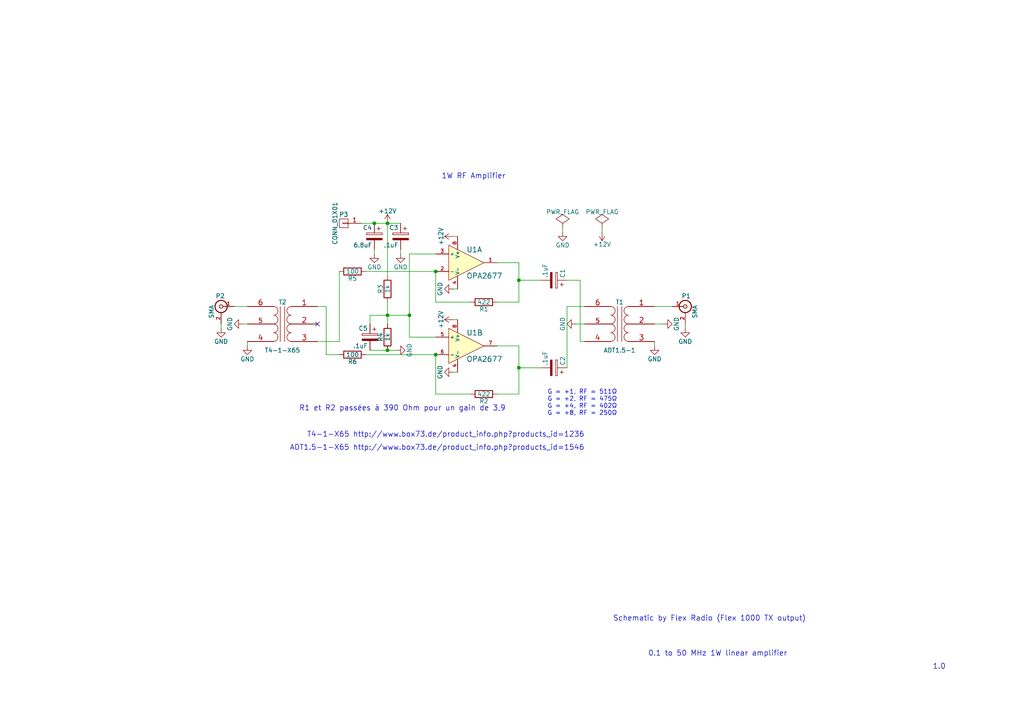
<source format=kicad_sch>
(kicad_sch (version 20231120) (generator "eeschema") (generator_version "8.0")
  (paper "A4")
  (lib_symbols
    (symbol "ampli1W-rescue:+12V" (power) (pin_names (offset 0))
      (property "Value" "+12V" (at 0 3.556 0))
      (symbol "+12V_0_1"
        (polyline (pts (xy -0.762 1.27) (xy 0 2.54)))
        (polyline (pts (xy 0 0) (xy 0 2.54)))
        (polyline (pts (xy 0 2.54) (xy 0.762 1.27)))
      )
      (symbol "+12V_1_1"
        (pin power_in line (at 0 0 90) (length 0) hide (name "+12V") (number "1"))
      )
    )
    (symbol "ampli1W-rescue:BNC" (pin_names (offset 1.016) hide)
      (property "Reference" "P" (at 0.254 3.048 0))
      (property "Value" "BNC" (at 2.794 -1.524 90))
      (symbol "BNC_0_1"
        (circle (center 0 0) (radius 0.508) (stroke (width 0.2032)))
        (circle (center 0 0) (radius 1.778) (stroke (width 0.3048)))
      )
      (symbol "BNC_1_1"
        (pin passive line (at -3.81 0 0) (length 3.302) (name "In") (number "1"))
        (pin passive line (at 0 -5.08 90) (length 3.302) (name "Ext") (number "2"))
      )
    )
    (symbol "ampli1W-rescue:CONN_01X01" (pin_names (offset 1.016) hide)
      (property "Reference" "P" (at 0 2.54 0))
      (property "Value" "CONN_01X01" (at 2.54 0 90))
      (symbol "CONN_01X01_0_1"
        (rectangle (start -1.27 0.127) (end 0.254 -0.127))
        (rectangle (start -1.27 1.27) (end 1.27 -1.27))
      )
      (symbol "CONN_01X01_1_1"
        (pin passive line (at -5.08 0 0) (length 3.81) (name "P1") (number "1"))
      )
    )
    (symbol "ampli1W-rescue:CP" (pin_numbers hide) (pin_names (offset 0.254))
      (property "Reference" "C" (at 0.635 2.54 0))
      (property "Value" "CP" (at 0.635 -2.54 0))
      (symbol "CP_0_1"
        (rectangle (start -2.286 0.508) (end -2.286 1.016))
        (rectangle (start -2.286 0.508) (end 2.286 0.508))
        (polyline (pts (xy -1.778 2.286) (xy -0.762 2.286)))
        (polyline (pts (xy -1.27 2.794) (xy -1.27 1.778)))
        (rectangle (start 2.286 -0.508) (end -2.286 -1.016) (fill (type outline)))
        (rectangle (start 2.286 1.016) (end -2.286 1.016))
        (rectangle (start 2.286 1.016) (end 2.286 0.508))
      )
      (symbol "CP_1_1"
        (pin passive line (at 0 3.81 270) (length 2.794) (name "~") (number "1"))
        (pin passive line (at 0 -3.81 90) (length 2.794) (name "~") (number "2"))
      )
    )
    (symbol "ampli1W-rescue:GND" (power) (pin_names (offset 0))
      (property "Value" "GND" (at 0 -3.81 0))
      (symbol "GND_0_1"
        (polyline (pts (xy 0 0) (xy 0 -1.27) (xy 1.27 -1.27) (xy 0 -2.54) (xy -1.27 -1.27) (xy 0 -1.27)))
      )
      (symbol "GND_1_1"
        (pin power_in line (at 0 0 270) (length 0) hide (name "GND") (number "1"))
      )
    )
    (symbol "ampli1W-rescue:OP275-RESCUE-ampli1W" (pin_names (offset 0.254))
      (property "Reference" "U" (at 0 3.81 0))
      (property "Value" "OP275-RESCUE-ampli1W" (at 0 -3.81 0))
      (symbol "OP275-RESCUE-ampli1W_0_1"
        (polyline (pts (xy -5.08 5.08) (xy 5.08 0) (xy -5.08 -5.08) (xy -5.08 5.08)) (stroke (width 0.1524)) (fill (type background)))
        (pin power_in line (at -2.54 -7.62 90) (length 3.81) (name "V-") (number "4"))
        (pin power_in line (at -2.54 7.62 270) (length 3.81) (name "V+") (number "8"))
      )
      (symbol "OP275-RESCUE-ampli1W_1_1"
        (pin output line (at 8.89 0 180) (length 3.81) (name "~") (number "1"))
        (pin input line (at -8.89 -2.54 0) (length 3.81) (name "-") (number "2"))
        (pin input line (at -8.89 2.54 0) (length 3.81) (name "+") (number "3"))
      )
      (symbol "OP275-RESCUE-ampli1W_2_1"
        (pin input line (at -8.89 2.54 0) (length 3.81) (name "+") (number "5"))
        (pin input line (at -8.89 -2.54 0) (length 3.81) (name "-") (number "6"))
        (pin output line (at 8.89 0 180) (length 3.81) (name "~") (number "7"))
      )
    )
    (symbol "ampli1W-rescue:PWR_FLAG" (power) (pin_numbers hide) (pin_names (offset 0) hide)
      (property "Value" "PWR_FLAG" (at 0 4.572 0))
      (symbol "PWR_FLAG_0_0"
        (pin power_out line (at 0 0 90) (length 0) (name "pwr") (number "1"))
      )
      (symbol "PWR_FLAG_0_1"
        (polyline (pts (xy 0 0) (xy 0 1.27) (xy -1.905 2.54) (xy 0 3.81) (xy 1.905 2.54) (xy 0 1.27)))
      )
    )
    (symbol "ampli1W-rescue:R" (pin_numbers hide) (pin_names (offset 0))
      (property "Reference" "R" (at 2.032 0 90))
      (property "Value" "R" (at 0 0 90))
      (symbol "R_0_1"
        (rectangle (start -1.016 -2.54) (end 1.016 2.54) (stroke (width 0.254)))
      )
      (symbol "R_1_1"
        (pin passive line (at 0 3.81 270) (length 1.27) (name "~") (number "1"))
        (pin passive line (at 0 -3.81 90) (length 1.27) (name "~") (number "2"))
      )
    )
    (symbol "ampli1W-rescue:TRANSFO4-RESCUE-ampli1W" (pin_names (offset 1.016) hide)
      (property "Reference" "T" (at 0 6.35 0))
      (property "Value" "TRANSFO4-RESCUE-ampli1W" (at 0 -7.62 0))
      (symbol "TRANSFO4-RESCUE-ampli1W_0_1"
        (arc (start -2.54 -5.0546) (mid -1.6599 -4.6901) (end -1.27 -3.81))
        (arc (start -2.54 -2.5146) (mid -1.6599 -2.1501) (end -1.27 -1.27))
        (arc (start -2.54 0.0254) (mid -1.6599 0.3899) (end -1.27 1.27))
        (arc (start -2.54 2.5654) (mid -1.6599 2.9299) (end -1.27 3.81))
        (arc (start -1.27 -3.81) (mid -1.642 -2.912) (end -2.54 -2.54))
        (arc (start -1.27 -1.27) (mid -1.642 -0.372) (end -2.54 0))
        (arc (start -1.27 1.27) (mid -1.642 2.168) (end -2.54 2.54))
        (arc (start -1.27 3.81) (mid -1.642 4.708) (end -2.54 5.08))
        (polyline (pts (xy -0.635 5.08) (xy -0.635 -5.08)))
        (polyline (pts (xy 0.635 -5.08) (xy 0.635 5.08)))
        (arc (start 1.2954 -1.27) (mid 1.6599 -2.1501) (end 2.54 -2.5146))
        (arc (start 1.2954 1.27) (mid 1.6599 0.3899) (end 2.54 0.0254))
        (arc (start 1.2954 3.81) (mid 1.6599 2.9299) (end 2.54 2.5654))
        (arc (start 1.3208 -3.81) (mid 1.6853 -4.6901) (end 2.5654 -5.0546))
        (arc (start 2.54 0) (mid 1.642 -0.372) (end 1.2954 -1.27))
        (arc (start 2.54 2.54) (mid 1.642 2.168) (end 1.2954 1.27))
        (arc (start 2.54 5.08) (mid 1.642 4.708) (end 1.2954 3.81))
        (arc (start 2.5654 -2.54) (mid 1.6674 -2.912) (end 1.3208 -3.81))
      )
      (symbol "TRANSFO4-RESCUE-ampli1W_1_1"
        (pin passive line (at -10.16 5.08 0) (length 7.62) (name "PR1") (number "1"))
        (pin passive line (at -10.16 0 0) (length 7.62) (name "PM") (number "2"))
        (pin passive line (at -10.16 -5.08 0) (length 7.62) (name "PR2") (number "3"))
        (pin passive line (at 10.16 -5.08 180) (length 7.62) (name "S1") (number "4"))
        (pin passive line (at 10.16 0 180) (length 7.62) (name "S5") (number "5"))
        (pin passive line (at 10.16 5.08 180) (length 7.62) (name "S2") (number "6"))
      )
    )
  )
  (junction (at 150.495 106.68))
  (junction (at 112.395 91.44))
  (junction (at 150.495 81.28))
  (junction (at 126.365 78.74))
  (junction (at 112.395 64.77))
  (junction (at 118.745 91.44))
  (junction (at 108.585 64.77))
  (junction (at 112.395 101.6))
  (junction (at 126.365 102.87))
  (no_connect (at 92.075 93.98))
  (wire (pts (xy 126.365 114.3) (xy 136.525 114.3)))
  (wire (pts (xy 168.275 99.06) (xy 168.275 81.28)))
  (wire (pts (xy 94.615 102.87) (xy 94.615 88.9)))
  (wire (pts (xy 150.495 87.63) (xy 144.145 87.63)))
  (wire (pts (xy 112.395 87.63) (xy 112.395 91.44)))
  (wire (pts (xy 116.205 64.77) (xy 112.395 64.77)))
  (wire (pts (xy 150.495 114.3) (xy 144.145 114.3)))
  (wire (pts (xy 71.755 93.98) (xy 70.485 93.98)))
  (wire (pts (xy 112.395 64.77) (xy 108.585 64.77)))
  (wire (pts (xy 116.205 72.39) (xy 116.205 73.66)))
  (wire (pts (xy 112.395 101.6) (xy 107.315 101.6)))
  (wire (pts (xy 131.445 68.58) (xy 132.715 68.58)))
  (wire (pts (xy 126.365 78.74) (xy 106.045 78.74)))
  (wire (pts (xy 174.625 67.31) (xy 174.625 66.04)))
  (wire (pts (xy 94.615 88.9) (xy 92.075 88.9)))
  (wire (pts (xy 136.525 87.63) (xy 126.365 87.63)))
  (wire (pts (xy 169.545 99.06) (xy 168.275 99.06)))
  (wire (pts (xy 98.425 102.87) (xy 94.615 102.87)))
  (wire (pts (xy 108.585 64.77) (xy 104.775 64.77)))
  (wire (pts (xy 118.745 73.66) (xy 118.745 91.44)))
  (wire (pts (xy 106.045 102.87) (xy 126.365 102.87)))
  (wire (pts (xy 189.865 99.06) (xy 189.865 100.33)))
  (wire (pts (xy 126.365 102.87) (xy 126.365 114.3)))
  (wire (pts (xy 169.545 88.9) (xy 164.465 88.9)))
  (wire (pts (xy 114.935 101.6) (xy 112.395 101.6)))
  (wire (pts (xy 107.315 91.44) (xy 107.315 93.98)))
  (wire (pts (xy 156.845 106.68) (xy 150.495 106.68)))
  (wire (pts (xy 98.425 99.06) (xy 98.425 78.74)))
  (wire (pts (xy 169.545 93.98) (xy 167.005 93.98)))
  (wire (pts (xy 118.745 91.44) (xy 118.745 97.79)))
  (wire (pts (xy 163.195 67.31) (xy 163.195 66.04)))
  (wire (pts (xy 150.495 100.33) (xy 150.495 106.68)))
  (wire (pts (xy 131.445 107.95) (xy 132.715 107.95)))
  (wire (pts (xy 67.945 88.9) (xy 71.755 88.9)))
  (wire (pts (xy 108.585 72.39) (xy 108.585 73.66)))
  (wire (pts (xy 194.945 88.9) (xy 189.865 88.9)))
  (wire (pts (xy 64.135 93.98) (xy 64.135 95.25)))
  (wire (pts (xy 112.395 64.77) (xy 112.395 80.01)))
  (wire (pts (xy 198.755 93.98) (xy 198.755 95.25)))
  (wire (pts (xy 126.365 73.66) (xy 118.745 73.66)))
  (wire (pts (xy 150.495 81.28) (xy 150.495 87.63)))
  (wire (pts (xy 131.445 92.71) (xy 132.715 92.71)))
  (wire (pts (xy 189.865 93.98) (xy 192.405 93.98)))
  (wire (pts (xy 118.745 91.44) (xy 112.395 91.44)))
  (wire (pts (xy 126.365 87.63) (xy 126.365 78.74)))
  (wire (pts (xy 144.145 100.33) (xy 150.495 100.33)))
  (wire (pts (xy 71.755 99.06) (xy 71.755 100.33)))
  (wire (pts (xy 131.445 83.82) (xy 132.715 83.82)))
  (wire (pts (xy 118.745 97.79) (xy 126.365 97.79)))
  (wire (pts (xy 168.275 81.28) (xy 164.465 81.28)))
  (wire (pts (xy 112.395 91.44) (xy 107.315 91.44)))
  (wire (pts (xy 144.145 76.2) (xy 150.495 76.2)))
  (wire (pts (xy 150.495 76.2) (xy 150.495 81.28)))
  (wire (pts (xy 164.465 88.9) (xy 164.465 106.68)))
  (wire (pts (xy 92.075 99.06) (xy 98.425 99.06)))
  (wire (pts (xy 112.395 91.44) (xy 112.395 93.98)))
  (wire (pts (xy 156.845 81.28) (xy 150.495 81.28)))
  (wire (pts (xy 150.495 106.68) (xy 150.495 114.3)))
  (text "1W RF Amplifier" (at 146.685 52.07 0) (effects (font (size 1.524 1.524)) (justify right bottom)))
  (text "Schematic by Flex Radio (Flex 1000 TX output)" (at 177.8 180.34 0) (effects (font (size 1.524 1.524)) (justify left bottom)))
  (text "G = +1, RF = 511Ω \nG = +2, RF = 475Ω \nG = +4, RF = 402Ω \nG = +8, RF = 250Ω" (at 158.75 120.65 0) (effects (font (size 1.27 1.27)) (justify left bottom)))
  (text "ADT1.5-1-X65 http://www.box73.de/product_info.php?products_id=1546" (at 169.545 130.81 0) (effects (font (size 1.524 1.524)) (justify right bottom)))
  (text "1.0" (at 270.51 194.31 0) (effects (font (size 1.524 1.524)) (justify left bottom)))
  (text "0.1 to 50 MHz 1W linear amplifier\n" (at 187.96 190.5 0) (effects (font (size 1.524 1.524)) (justify left bottom)))
  (text "R1 et R2 passées à 390 Ohm pour un gain de 3,9" (at 146.685 119.38 0) (effects (font (size 1.524 1.524)) (justify right bottom)))
  (text "T4-1-X65 http://www.box73.de/product_info.php?products_id=1236" (at 169.545 127 0) (effects (font (size 1.524 1.524)) (justify right bottom)))
  (symbol (lib_id "ampli1W-rescue:OP275-RESCUE-ampli1W") (at 135.255 76.2 0) (unit 1)
    (property "Reference" "U1" (at 135.255 72.39 0) (effects (font (size 1.524 1.524)) (justify left)))
    (property "Value" "OPA2677" (at 135.255 80.01 0) (effects (font (size 1.524 1.524)) (justify left)))
    (property "Footprint" "smd_dil:so-8" (effects (hide yes)))
  )
  (symbol (lib_id "ampli1W-rescue:OP275-RESCUE-ampli1W") (at 135.255 100.33 0) (unit 2)
    (property "Reference" "U1" (at 135.255 96.52 0) (effects (font (size 1.524 1.524)) (justify left)))
    (property "Value" "OPA2677" (at 135.255 104.14 0) (effects (font (size 1.524 1.524)) (justify left)))
    (property "Footprint" "smd_dil:so-8" (effects (hide yes)))
  )
  (symbol (lib_id "ampli1W-rescue:R") (at 140.335 87.63 90) (mirror x) (unit 1)
    (property "Reference" "R1" (at 140.335 89.662 90))
    (property "Value" "422" (at 140.335 87.63 90))
    (property "Footprint" "Capacitors_SMD:C_0805_HandSoldering" (effects (hide yes)))
  )
  (symbol (lib_id "ampli1W-rescue:R") (at 140.335 114.3 90) (mirror x) (unit 1)
    (property "Reference" "R2" (at 140.335 116.332 90))
    (property "Value" "422" (at 140.335 114.3 90))
    (property "Footprint" "Capacitors_SMD:C_0805_HandSoldering" (effects (hide yes)))
  )
  (symbol (lib_id "ampli1W-rescue:R") (at 112.395 83.82 0) (mirror y) (unit 1)
    (property "Reference" "R3" (at 110.363 83.82 90))
    (property "Value" "1k" (at 112.395 83.82 90))
    (property "Footprint" "Capacitors_SMD:C_0805_HandSoldering" (effects (hide yes)))
  )
  (symbol (lib_id "ampli1W-rescue:R") (at 112.395 97.79 0) (mirror y) (unit 1)
    (property "Reference" "R4" (at 110.363 97.79 90))
    (property "Value" "1k" (at 112.395 97.79 90))
    (property "Footprint" "Capacitors_SMD:C_0805_HandSoldering" (effects (hide yes)))
  )
  (symbol (lib_id "ampli1W-rescue:R") (at 102.235 78.74 90) (mirror x) (unit 1)
    (property "Reference" "R5" (at 102.235 80.772 90))
    (property "Value" "100" (at 102.235 78.74 90))
    (property "Footprint" "Capacitors_SMD:C_0805_HandSoldering" (effects (hide yes)))
  )
  (symbol (lib_id "ampli1W-rescue:R") (at 102.235 102.87 90) (mirror x) (unit 1)
    (property "Reference" "R6" (at 102.235 104.902 90))
    (property "Value" "100" (at 102.235 102.87 90))
    (property "Footprint" "Capacitors_SMD:C_0805_HandSoldering" (effects (hide yes)))
  )
  (symbol (lib_id "ampli1W-rescue:CP") (at 107.315 97.79 0) (mirror y) (unit 1)
    (property "Reference" "C5" (at 106.68 95.25 0) (effects (justify left)))
    (property "Value" ".1uF" (at 106.68 100.33 0) (effects (justify left)))
    (property "Footprint" "Resistors_SMD:R_1206_HandSoldering" (effects (hide yes)))
  )
  (symbol (lib_id "ampli1W-rescue:CP") (at 160.655 81.28 270) (mirror x) (unit 1)
    (property "Reference" "C1" (at 163.195 80.645 0) (effects (justify left)))
    (property "Value" ".1uF" (at 158.115 80.645 0) (effects (justify left)))
    (property "Footprint" "Resistors_SMD:R_1206_HandSoldering" (effects (hide yes)))
  )
  (symbol (lib_id "ampli1W-rescue:CP") (at 160.655 106.68 270) (mirror x) (unit 1)
    (property "Reference" "C2" (at 163.195 106.045 0) (effects (justify left)))
    (property "Value" ".1uF" (at 158.115 106.045 0) (effects (justify left)))
    (property "Footprint" "Resistors_SMD:R_1206_HandSoldering" (effects (hide yes)))
  )
  (symbol (lib_id "ampli1W-rescue:CP") (at 108.585 68.58 0) (mirror y) (unit 1)
    (property "Reference" "C4" (at 107.95 66.04 0) (effects (justify left)))
    (property "Value" "6.8uF" (at 107.95 71.12 0) (effects (justify left)))
    (property "Footprint" "smd_cap:c_tant_D" (effects (hide yes)))
  )
  (symbol (lib_id "ampli1W-rescue:CP") (at 116.205 68.58 0) (mirror y) (unit 1)
    (property "Reference" "C3" (at 115.57 66.04 0) (effects (justify left)))
    (property "Value" ".1uF" (at 115.57 71.12 0) (effects (justify left)))
    (property "Footprint" "Resistors_SMD:R_1206_HandSoldering" (effects (hide yes)))
  )
  (symbol (lib_id "ampli1W-rescue:GND") (at 108.585 73.66 0) (mirror y) (unit 1)
    (property "Reference" "#PWR01" (effects (hide yes)))
    (property "Value" "GND" (at 108.585 77.47 0))
  )
  (symbol (lib_id "ampli1W-rescue:GND") (at 116.205 73.66 0) (mirror y) (unit 1)
    (property "Reference" "#PWR02" (effects (hide yes)))
    (property "Value" "GND" (at 116.205 77.47 0))
  )
  (symbol (lib_id "ampli1W-rescue:GND") (at 114.935 101.6 90) (mirror x) (unit 1)
    (property "Reference" "#PWR03" (effects (hide yes)))
    (property "Value" "GND" (at 118.745 101.6 0))
  )
  (symbol (lib_id "ampli1W-rescue:GND") (at 163.195 67.31 0) (mirror y) (unit 1)
    (property "Reference" "#PWR04" (effects (hide yes)))
    (property "Value" "GND" (at 163.195 71.12 0))
  )
  (symbol (lib_id "ampli1W-rescue:TRANSFO4-RESCUE-ampli1W") (at 179.705 93.98 0) (mirror y) (unit 1)
    (property "Reference" "T1" (at 179.705 87.63 0))
    (property "Value" "ADT1.5-1" (at 179.705 101.6 0))
    (property "Footprint" "smd_dil:mdip_6" (effects (hide yes)))
  )
  (symbol (lib_id "ampli1W-rescue:TRANSFO4-RESCUE-ampli1W") (at 81.915 93.98 0) (mirror y) (unit 1)
    (property "Reference" "T2" (at 81.915 87.63 0))
    (property "Value" "T4-1-X65" (at 81.915 101.6 0))
    (property "Footprint" "smd_dil:mdip_6" (effects (hide yes)))
  )
  (symbol (lib_id "ampli1W-rescue:BNC") (at 64.135 88.9 0) (mirror y) (unit 1)
    (property "Reference" "P2" (at 63.881 85.852 0))
    (property "Value" "SMA" (at 61.341 90.424 90))
    (property "Footprint" "conn_rf:sma_smd_73251-135x" (effects (hide yes)))
  )
  (symbol (lib_id "ampli1W-rescue:BNC") (at 198.755 88.9 0) (unit 1)
    (property "Reference" "P1" (at 199.009 85.852 0))
    (property "Value" "SMA" (at 201.549 90.424 90))
    (property "Footprint" "conn_rf:sma_smd_73251-135x" (effects (hide yes)))
  )
  (symbol (lib_id "ampli1W-rescue:GND") (at 198.755 95.25 0) (mirror y) (unit 1)
    (property "Reference" "#PWR05" (effects (hide yes)))
    (property "Value" "GND" (at 198.755 99.06 0))
  )
  (symbol (lib_id "ampli1W-rescue:GND") (at 189.865 100.33 0) (mirror y) (unit 1)
    (property "Reference" "#PWR06" (effects (hide yes)))
    (property "Value" "GND" (at 189.865 104.14 0))
  )
  (symbol (lib_id "ampli1W-rescue:GND") (at 64.135 95.25 0) (mirror y) (unit 1)
    (property "Reference" "#PWR07" (effects (hide yes)))
    (property "Value" "GND" (at 64.135 99.06 0))
  )
  (symbol (lib_id "ampli1W-rescue:GND") (at 71.755 100.33 0) (mirror y) (unit 1)
    (property "Reference" "#PWR08" (effects (hide yes)))
    (property "Value" "GND" (at 71.755 104.14 0))
  )
  (symbol (lib_id "ampli1W-rescue:+12V") (at 112.395 64.77 0) (mirror y) (unit 1)
    (property "Reference" "#PWR09" (effects (hide yes)))
    (property "Value" "+12V" (at 112.395 61.214 0))
  )
  (symbol (lib_id "ampli1W-rescue:+12V") (at 174.625 67.31 0) (mirror x) (unit 1)
    (property "Reference" "#PWR010" (effects (hide yes)))
    (property "Value" "+12V" (at 174.625 70.866 0))
  )
  (symbol (lib_id "ampli1W-rescue:PWR_FLAG") (at 163.195 66.04 0) (mirror y) (unit 1)
    (property "Reference" "#FLG011" (effects (hide yes)))
    (property "Value" "PWR_FLAG" (at 163.195 61.468 0))
  )
  (symbol (lib_id "ampli1W-rescue:PWR_FLAG") (at 174.625 66.04 0) (mirror y) (unit 1)
    (property "Reference" "#FLG012" (effects (hide yes)))
    (property "Value" "PWR_FLAG" (at 174.625 61.468 0))
  )
  (symbol (lib_id "ampli1W-rescue:GND") (at 131.445 83.82 270) (mirror x) (unit 1)
    (property "Reference" "#PWR013" (effects (hide yes)))
    (property "Value" "GND" (at 127.635 83.82 0))
  )
  (symbol (lib_id "ampli1W-rescue:GND") (at 131.445 107.95 270) (mirror x) (unit 1)
    (property "Reference" "#PWR014" (effects (hide yes)))
    (property "Value" "GND" (at 127.635 107.95 0))
  )
  (symbol (lib_id "ampli1W-rescue:+12V") (at 131.445 92.71 90) (mirror x) (unit 1)
    (property "Reference" "#PWR015" (effects (hide yes)))
    (property "Value" "+12V" (at 127.889 92.71 0))
  )
  (symbol (lib_id "ampli1W-rescue:+12V") (at 131.445 68.58 90) (mirror x) (unit 1)
    (property "Reference" "#PWR016" (effects (hide yes)))
    (property "Value" "+12V" (at 127.889 68.58 0))
  )
  (symbol (lib_id "ampli1W-rescue:CONN_01X01") (at 99.695 64.77 0) (mirror y) (unit 1)
    (property "Reference" "P3" (at 99.695 62.23 0))
    (property "Value" "CONN_01X01" (at 97.155 64.77 90))
    (property "Footprint" "Connect:PINTST" (effects (hide yes)))
  )
  (symbol (lib_id "ampli1W-rescue:GND") (at 192.405 93.98 90) (mirror x) (unit 1)
    (property "Reference" "#PWR017" (effects (hide yes)))
    (property "Value" "GND" (at 196.215 93.98 0))
  )
  (symbol (lib_id "ampli1W-rescue:GND") (at 167.005 93.98 270) (mirror x) (unit 1)
    (property "Reference" "#PWR018" (effects (hide yes)))
    (property "Value" "GND" (at 163.195 93.98 0))
  )
  (symbol (lib_id "ampli1W-rescue:GND") (at 70.485 93.98 270) (mirror x) (unit 1)
    (property "Reference" "#PWR019" (effects (hide yes)))
    (property "Value" "GND" (at 66.675 93.98 0))
  )
)
</source>
